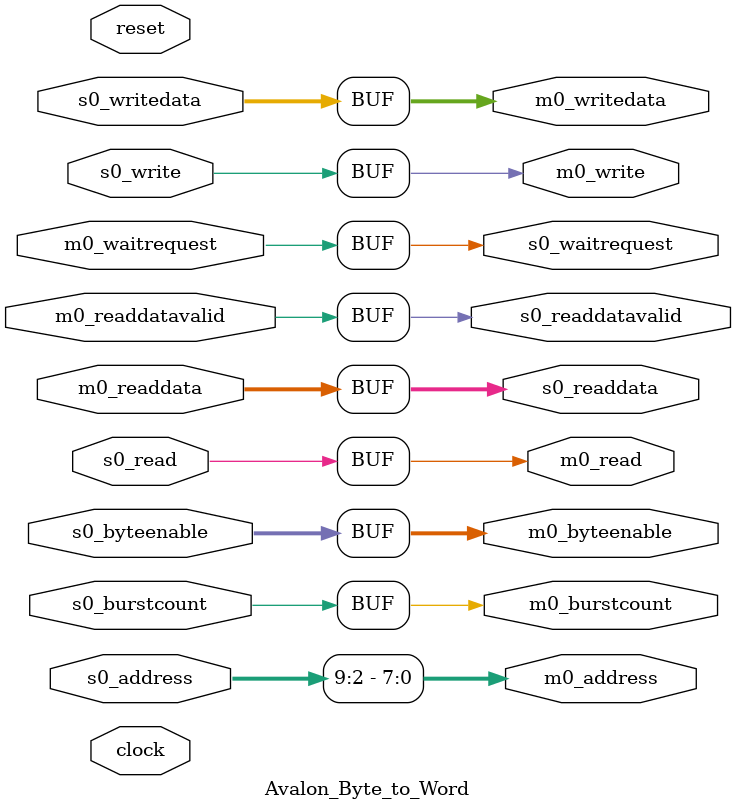
<source format=v>
`timescale 1 ns / 1 ns


module Avalon_Byte_to_Word 
#(
    parameter DATA_WIDTH           = 32,
    parameter SYMBOL_WIDTH         = 8,
    parameter ADDR_WIDTH       = 10,
    parameter BURSTCOUNT_WIDTH     = 1,

    // --------------------------------------
    // Derived parameters
    // --------------------------------------
    parameter BYTEEN_WIDTH = DATA_WIDTH / SYMBOL_WIDTH
)
(
    input clock,
    input reset,
    output                        s0_waitrequest,
    output [DATA_WIDTH-1:0]       s0_readdata,
    output                        s0_readdatavalid,
    input  [BURSTCOUNT_WIDTH-1:0] s0_burstcount,
    input  [DATA_WIDTH-1:0]       s0_writedata,
    input  [ADDR_WIDTH-1:0]   s0_address, 
    input                         s0_write, 
    input                         s0_read, 
    input  [BYTEEN_WIDTH-1:0]     s0_byteenable, 

    input                         m0_waitrequest,
    input  [DATA_WIDTH-1:0]       m0_readdata,
    input                         m0_readdatavalid,
    output [BURSTCOUNT_WIDTH-1:0] m0_burstcount,
    output [DATA_WIDTH-1:0]       m0_writedata,
    output [ADDR_WIDTH-1-$clog2(BYTEEN_WIDTH):0]   m0_address, 
    output                        m0_write, 
    output                        m0_read, 
    output [BYTEEN_WIDTH-1:0]     m0_byteenable
);
    assign s0_waitrequest = m0_waitrequest;
    assign s0_readdata = m0_readdata;
    assign s0_readdatavalid =m0_readdatavalid;
    assign m0_burstcount=s0_burstcount;
    assign m0_writedata=s0_writedata;
    assign m0_address=s0_address[ADDR_WIDTH-1:$clog2(BYTEEN_WIDTH)];
    assign m0_write=s0_write;
    assign m0_read=s0_read;
    assign m0_byteenable=s0_byteenable;
endmodule
</source>
